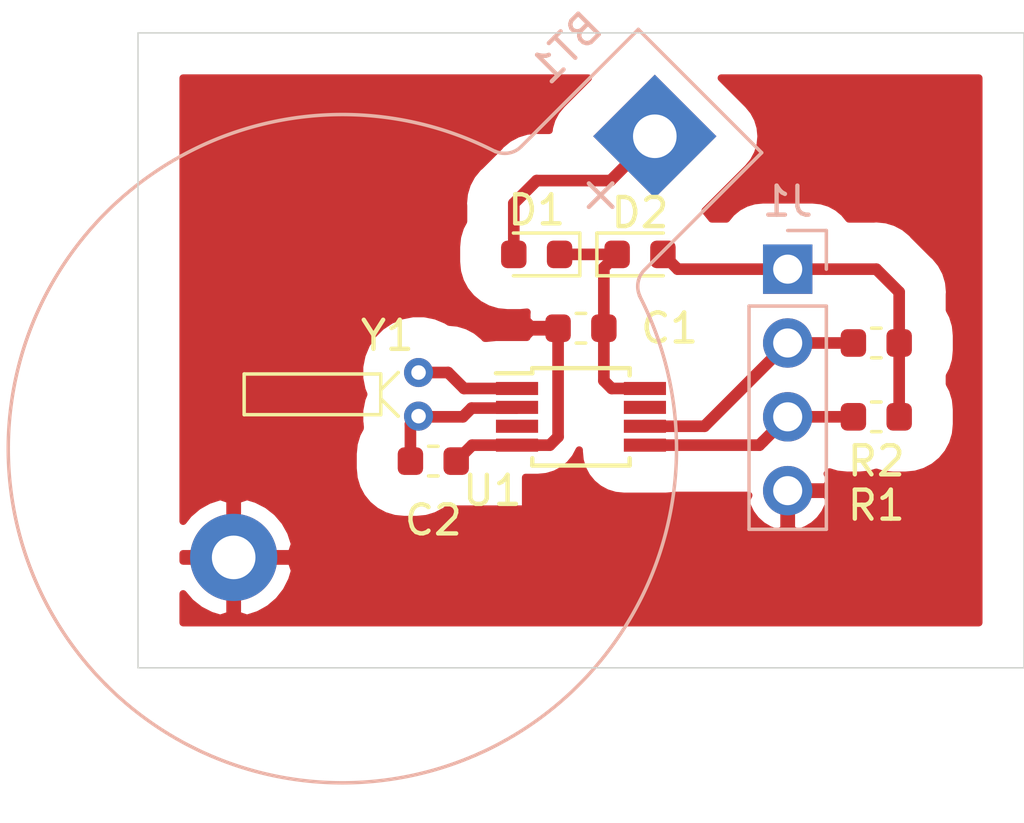
<source format=kicad_pcb>
(kicad_pcb (version 20171130) (host pcbnew 5.1.4)

  (general
    (thickness 1.6)
    (drawings 4)
    (tracks 40)
    (zones 0)
    (modules 10)
    (nets 11)
  )

  (page A4)
  (layers
    (0 F.Cu signal)
    (31 B.Cu signal)
    (32 B.Adhes user)
    (33 F.Adhes user)
    (34 B.Paste user)
    (35 F.Paste user)
    (36 B.SilkS user)
    (37 F.SilkS user)
    (38 B.Mask user)
    (39 F.Mask user)
    (40 Dwgs.User user)
    (41 Cmts.User user)
    (42 Eco1.User user)
    (43 Eco2.User user)
    (44 Edge.Cuts user)
    (45 Margin user)
    (46 B.CrtYd user)
    (47 F.CrtYd user)
    (48 B.Fab user)
    (49 F.Fab user hide)
  )

  (setup
    (last_trace_width 0.4)
    (user_trace_width 0.4)
    (trace_clearance 0.2)
    (zone_clearance 1.4)
    (zone_45_only no)
    (trace_min 0.2)
    (via_size 0.8)
    (via_drill 0.4)
    (via_min_size 0.4)
    (via_min_drill 0.3)
    (uvia_size 0.3)
    (uvia_drill 0.1)
    (uvias_allowed no)
    (uvia_min_size 0.2)
    (uvia_min_drill 0.1)
    (edge_width 0.05)
    (segment_width 0.2)
    (pcb_text_width 0.3)
    (pcb_text_size 1.5 1.5)
    (mod_edge_width 0.12)
    (mod_text_size 1 1)
    (mod_text_width 0.15)
    (pad_size 1.524 1.524)
    (pad_drill 0.762)
    (pad_to_mask_clearance 0.051)
    (solder_mask_min_width 0.25)
    (aux_axis_origin 0 0)
    (visible_elements FFFFFF7F)
    (pcbplotparams
      (layerselection 0x010fc_ffffffff)
      (usegerberextensions false)
      (usegerberattributes false)
      (usegerberadvancedattributes false)
      (creategerberjobfile false)
      (excludeedgelayer true)
      (linewidth 0.100000)
      (plotframeref false)
      (viasonmask false)
      (mode 1)
      (useauxorigin false)
      (hpglpennumber 1)
      (hpglpenspeed 20)
      (hpglpendiameter 15.000000)
      (psnegative false)
      (psa4output false)
      (plotreference true)
      (plotvalue true)
      (plotinvisibletext false)
      (padsonsilk false)
      (subtractmaskfromsilk false)
      (outputformat 1)
      (mirror false)
      (drillshape 1)
      (scaleselection 1)
      (outputdirectory ""))
  )

  (net 0 "")
  (net 1 "Net-(BT1-Pad1)")
  (net 2 GND)
  (net 3 "Net-(C1-Pad1)")
  (net 4 +3V3)
  (net 5 "Net-(J1-Pad3)")
  (net 6 "Net-(J1-Pad2)")
  (net 7 "Net-(U1-Pad7)")
  (net 8 "Net-(U1-Pad3)")
  (net 9 "Net-(U1-Pad1)")
  (net 10 "Net-(C2-Pad1)")

  (net_class Default "This is the default net class."
    (clearance 0.2)
    (trace_width 0.25)
    (via_dia 0.8)
    (via_drill 0.4)
    (uvia_dia 0.3)
    (uvia_drill 0.1)
    (add_net +3V3)
    (add_net GND)
    (add_net "Net-(BT1-Pad1)")
    (add_net "Net-(C1-Pad1)")
    (add_net "Net-(C2-Pad1)")
    (add_net "Net-(J1-Pad2)")
    (add_net "Net-(J1-Pad3)")
    (add_net "Net-(U1-Pad1)")
    (add_net "Net-(U1-Pad3)")
    (add_net "Net-(U1-Pad7)")
  )

  (module Capacitor_SMD:C_0603_1608Metric (layer F.Cu) (tedit 5B301BBE) (tstamp 5DB7981C)
    (at 133.096 130.556)
    (descr "Capacitor SMD 0603 (1608 Metric), square (rectangular) end terminal, IPC_7351 nominal, (Body size source: http://www.tortai-tech.com/upload/download/2011102023233369053.pdf), generated with kicad-footprint-generator")
    (tags capacitor)
    (path /5DBA47E7)
    (attr smd)
    (fp_text reference C2 (at 0 2.032) (layer F.SilkS)
      (effects (font (size 1 1) (thickness 0.15)))
    )
    (fp_text value C (at 0 1.43) (layer F.Fab)
      (effects (font (size 1 1) (thickness 0.15)))
    )
    (fp_text user %R (at 0 0) (layer F.Fab)
      (effects (font (size 0.4 0.4) (thickness 0.06)))
    )
    (fp_line (start 1.48 0.73) (end -1.48 0.73) (layer F.CrtYd) (width 0.05))
    (fp_line (start 1.48 -0.73) (end 1.48 0.73) (layer F.CrtYd) (width 0.05))
    (fp_line (start -1.48 -0.73) (end 1.48 -0.73) (layer F.CrtYd) (width 0.05))
    (fp_line (start -1.48 0.73) (end -1.48 -0.73) (layer F.CrtYd) (width 0.05))
    (fp_line (start -0.162779 0.51) (end 0.162779 0.51) (layer F.SilkS) (width 0.12))
    (fp_line (start -0.162779 -0.51) (end 0.162779 -0.51) (layer F.SilkS) (width 0.12))
    (fp_line (start 0.8 0.4) (end -0.8 0.4) (layer F.Fab) (width 0.1))
    (fp_line (start 0.8 -0.4) (end 0.8 0.4) (layer F.Fab) (width 0.1))
    (fp_line (start -0.8 -0.4) (end 0.8 -0.4) (layer F.Fab) (width 0.1))
    (fp_line (start -0.8 0.4) (end -0.8 -0.4) (layer F.Fab) (width 0.1))
    (pad 2 smd roundrect (at 0.7875 0) (size 0.875 0.95) (layers F.Cu F.Paste F.Mask) (roundrect_rratio 0.25)
      (net 2 GND))
    (pad 1 smd roundrect (at -0.7875 0) (size 0.875 0.95) (layers F.Cu F.Paste F.Mask) (roundrect_rratio 0.25)
      (net 10 "Net-(C2-Pad1)"))
    (model ${KISYS3DMOD}/Capacitor_SMD.3dshapes/C_0603_1608Metric.wrl
      (at (xyz 0 0 0))
      (scale (xyz 1 1 1))
      (rotate (xyz 0 0 0))
    )
  )

  (module Connector_PinHeader_2.54mm:PinHeader_1x04_P2.54mm_Vertical (layer B.Cu) (tedit 59FED5CC) (tstamp 5DB77F15)
    (at 145.288 123.952 180)
    (descr "Through hole straight pin header, 1x04, 2.54mm pitch, single row")
    (tags "Through hole pin header THT 1x04 2.54mm single row")
    (path /5DB81C4A)
    (fp_text reference J1 (at 0 2.33) (layer B.SilkS)
      (effects (font (size 1 1) (thickness 0.15)) (justify mirror))
    )
    (fp_text value Conn_01x04 (at 0 -9.95) (layer B.Fab)
      (effects (font (size 1 1) (thickness 0.15)) (justify mirror))
    )
    (fp_text user %R (at 0 -3.81 270) (layer B.Fab)
      (effects (font (size 1 1) (thickness 0.15)) (justify mirror))
    )
    (fp_line (start 1.8 1.8) (end -1.8 1.8) (layer B.CrtYd) (width 0.05))
    (fp_line (start 1.8 -9.4) (end 1.8 1.8) (layer B.CrtYd) (width 0.05))
    (fp_line (start -1.8 -9.4) (end 1.8 -9.4) (layer B.CrtYd) (width 0.05))
    (fp_line (start -1.8 1.8) (end -1.8 -9.4) (layer B.CrtYd) (width 0.05))
    (fp_line (start -1.33 1.33) (end 0 1.33) (layer B.SilkS) (width 0.12))
    (fp_line (start -1.33 0) (end -1.33 1.33) (layer B.SilkS) (width 0.12))
    (fp_line (start -1.33 -1.27) (end 1.33 -1.27) (layer B.SilkS) (width 0.12))
    (fp_line (start 1.33 -1.27) (end 1.33 -8.95) (layer B.SilkS) (width 0.12))
    (fp_line (start -1.33 -1.27) (end -1.33 -8.95) (layer B.SilkS) (width 0.12))
    (fp_line (start -1.33 -8.95) (end 1.33 -8.95) (layer B.SilkS) (width 0.12))
    (fp_line (start -1.27 0.635) (end -0.635 1.27) (layer B.Fab) (width 0.1))
    (fp_line (start -1.27 -8.89) (end -1.27 0.635) (layer B.Fab) (width 0.1))
    (fp_line (start 1.27 -8.89) (end -1.27 -8.89) (layer B.Fab) (width 0.1))
    (fp_line (start 1.27 1.27) (end 1.27 -8.89) (layer B.Fab) (width 0.1))
    (fp_line (start -0.635 1.27) (end 1.27 1.27) (layer B.Fab) (width 0.1))
    (pad 4 thru_hole oval (at 0 -7.62 180) (size 1.7 1.7) (drill 1) (layers *.Cu *.Mask)
      (net 2 GND))
    (pad 3 thru_hole oval (at 0 -5.08 180) (size 1.7 1.7) (drill 1) (layers *.Cu *.Mask)
      (net 5 "Net-(J1-Pad3)"))
    (pad 2 thru_hole oval (at 0 -2.54 180) (size 1.7 1.7) (drill 1) (layers *.Cu *.Mask)
      (net 6 "Net-(J1-Pad2)"))
    (pad 1 thru_hole rect (at 0 0 180) (size 1.7 1.7) (drill 1) (layers *.Cu *.Mask)
      (net 4 +3V3))
    (model ${KISYS3DMOD}/Connector_PinHeader_2.54mm.3dshapes/PinHeader_1x04_P2.54mm_Vertical.wrl
      (at (xyz 0 0 0))
      (scale (xyz 1 1 1))
      (rotate (xyz 0 0 0))
    )
  )

  (module Crystal:Crystal_DS10_D1.0mm_L4.3mm_Horizontal (layer F.Cu) (tedit 5A0FD1B2) (tstamp 5DB78144)
    (at 132.588 127.508 270)
    (descr "Crystal THT DS10 4.3mm length 1.0mm diameter http://www.microcrystal.com/images/_Product-Documentation/03_TF_metal_Packages/01_Datasheet/DS-Series.pdf")
    (tags ['DS10'])
    (path /5DB8947C)
    (fp_text reference Y1 (at -1.27 1.075) (layer F.SilkS)
      (effects (font (size 1 1) (thickness 0.15)))
    )
    (fp_text value Crystal (at 2.77 1.075) (layer F.Fab)
      (effects (font (size 1 1) (thickness 0.15)))
    )
    (fp_line (start 2.3 -0.8) (end -0.8 -0.8) (layer F.CrtYd) (width 0.05))
    (fp_line (start 2.3 6.6) (end 2.3 -0.8) (layer F.CrtYd) (width 0.05))
    (fp_line (start -0.8 6.6) (end 2.3 6.6) (layer F.CrtYd) (width 0.05))
    (fp_line (start -0.8 -0.8) (end -0.8 6.6) (layer F.CrtYd) (width 0.05))
    (fp_line (start 1.5 0.7) (end 1.5 0.7) (layer F.SilkS) (width 0.12))
    (fp_line (start 0.9 1.3) (end 1.5 0.7) (layer F.SilkS) (width 0.12))
    (fp_line (start 0 0.7) (end 0 0.7) (layer F.SilkS) (width 0.12))
    (fp_line (start 0.6 1.3) (end 0 0.7) (layer F.SilkS) (width 0.12))
    (fp_line (start 1.45 1.3) (end 0.05 1.3) (layer F.SilkS) (width 0.12))
    (fp_line (start 1.45 6) (end 1.45 1.3) (layer F.SilkS) (width 0.12))
    (fp_line (start 0.05 6) (end 1.45 6) (layer F.SilkS) (width 0.12))
    (fp_line (start 0.05 1.3) (end 0.05 6) (layer F.SilkS) (width 0.12))
    (fp_line (start 1.5 0.75) (end 1.5 0) (layer F.Fab) (width 0.1))
    (fp_line (start 0.9 1.5) (end 1.5 0.75) (layer F.Fab) (width 0.1))
    (fp_line (start 0 0.75) (end 0 0) (layer F.Fab) (width 0.1))
    (fp_line (start 0.6 1.5) (end 0 0.75) (layer F.Fab) (width 0.1))
    (fp_line (start 1.25 1.5) (end 0.25 1.5) (layer F.Fab) (width 0.1))
    (fp_line (start 1.25 5.8) (end 1.25 1.5) (layer F.Fab) (width 0.1))
    (fp_line (start 0.25 5.8) (end 1.25 5.8) (layer F.Fab) (width 0.1))
    (fp_line (start 0.25 1.5) (end 0.25 5.8) (layer F.Fab) (width 0.1))
    (fp_text user %R (at 0.75 3.5) (layer F.Fab)
      (effects (font (size 0.6 0.6) (thickness 0.09)))
    )
    (pad 2 thru_hole circle (at 1.5 0 270) (size 1 1) (drill 0.5) (layers *.Cu *.Mask)
      (net 10 "Net-(C2-Pad1)"))
    (pad 1 thru_hole circle (at 0 0 270) (size 1 1) (drill 0.5) (layers *.Cu *.Mask)
      (net 9 "Net-(U1-Pad1)"))
    (model ${KISYS3DMOD}/Crystal.3dshapes/Crystal_DS10_D1.0mm_L4.3mm_Horizontal.wrl
      (at (xyz 0 0 0))
      (scale (xyz 1 1 1))
      (rotate (xyz 0 0 0))
    )
  )

  (module Package_SO:MSOP-8_3x3mm_P0.65mm (layer F.Cu) (tedit 5A02F25C) (tstamp 5DB780C2)
    (at 138.176 129.032)
    (descr "8-Lead Plastic Micro Small Outline Package (MS) [MSOP] (see Microchip Packaging Specification 00000049BS.pdf)")
    (tags "SSOP 0.65")
    (path /5DB81465)
    (attr smd)
    (fp_text reference U1 (at -3.048 2.54) (layer F.SilkS)
      (effects (font (size 1 1) (thickness 0.15)))
    )
    (fp_text value PCF8563TS (at 0 2.6) (layer F.Fab)
      (effects (font (size 1 1) (thickness 0.15)))
    )
    (fp_text user %R (at 0 0) (layer F.Fab)
      (effects (font (size 0.6 0.6) (thickness 0.15)))
    )
    (fp_line (start -1.675 -1.5) (end -2.925 -1.5) (layer F.SilkS) (width 0.15))
    (fp_line (start -1.675 1.675) (end 1.675 1.675) (layer F.SilkS) (width 0.15))
    (fp_line (start -1.675 -1.675) (end 1.675 -1.675) (layer F.SilkS) (width 0.15))
    (fp_line (start -1.675 1.675) (end -1.675 1.425) (layer F.SilkS) (width 0.15))
    (fp_line (start 1.675 1.675) (end 1.675 1.425) (layer F.SilkS) (width 0.15))
    (fp_line (start 1.675 -1.675) (end 1.675 -1.425) (layer F.SilkS) (width 0.15))
    (fp_line (start -1.675 -1.675) (end -1.675 -1.5) (layer F.SilkS) (width 0.15))
    (fp_line (start -3.2 1.85) (end 3.2 1.85) (layer F.CrtYd) (width 0.05))
    (fp_line (start -3.2 -1.85) (end 3.2 -1.85) (layer F.CrtYd) (width 0.05))
    (fp_line (start 3.2 -1.85) (end 3.2 1.85) (layer F.CrtYd) (width 0.05))
    (fp_line (start -3.2 -1.85) (end -3.2 1.85) (layer F.CrtYd) (width 0.05))
    (fp_line (start -1.5 -0.5) (end -0.5 -1.5) (layer F.Fab) (width 0.15))
    (fp_line (start -1.5 1.5) (end -1.5 -0.5) (layer F.Fab) (width 0.15))
    (fp_line (start 1.5 1.5) (end -1.5 1.5) (layer F.Fab) (width 0.15))
    (fp_line (start 1.5 -1.5) (end 1.5 1.5) (layer F.Fab) (width 0.15))
    (fp_line (start -0.5 -1.5) (end 1.5 -1.5) (layer F.Fab) (width 0.15))
    (pad 8 smd rect (at 2.2 -0.975) (size 1.45 0.45) (layers F.Cu F.Paste F.Mask)
      (net 3 "Net-(C1-Pad1)"))
    (pad 7 smd rect (at 2.2 -0.325) (size 1.45 0.45) (layers F.Cu F.Paste F.Mask)
      (net 7 "Net-(U1-Pad7)"))
    (pad 6 smd rect (at 2.2 0.325) (size 1.45 0.45) (layers F.Cu F.Paste F.Mask)
      (net 6 "Net-(J1-Pad2)"))
    (pad 5 smd rect (at 2.2 0.975) (size 1.45 0.45) (layers F.Cu F.Paste F.Mask)
      (net 5 "Net-(J1-Pad3)"))
    (pad 4 smd rect (at -2.2 0.975) (size 1.45 0.45) (layers F.Cu F.Paste F.Mask)
      (net 2 GND))
    (pad 3 smd rect (at -2.2 0.325) (size 1.45 0.45) (layers F.Cu F.Paste F.Mask)
      (net 8 "Net-(U1-Pad3)"))
    (pad 2 smd rect (at -2.2 -0.325) (size 1.45 0.45) (layers F.Cu F.Paste F.Mask)
      (net 10 "Net-(C2-Pad1)"))
    (pad 1 smd rect (at -2.2 -0.975) (size 1.45 0.45) (layers F.Cu F.Paste F.Mask)
      (net 9 "Net-(U1-Pad1)"))
    (model ${KISYS3DMOD}/Package_SO.3dshapes/MSOP-8_3x3mm_P0.65mm.wrl
      (at (xyz 0 0 0))
      (scale (xyz 1 1 1))
      (rotate (xyz 0 0 0))
    )
  )

  (module Resistor_SMD:R_0603_1608Metric (layer F.Cu) (tedit 5B301BBD) (tstamp 5DB7810A)
    (at 148.336 126.492 180)
    (descr "Resistor SMD 0603 (1608 Metric), square (rectangular) end terminal, IPC_7351 nominal, (Body size source: http://www.tortai-tech.com/upload/download/2011102023233369053.pdf), generated with kicad-footprint-generator")
    (tags resistor)
    (path /5DB82C9E)
    (attr smd)
    (fp_text reference R2 (at 0 -4.064) (layer F.SilkS)
      (effects (font (size 1 1) (thickness 0.15)))
    )
    (fp_text value R (at 0 1.43) (layer F.Fab)
      (effects (font (size 1 1) (thickness 0.15)))
    )
    (fp_text user %R (at 0 0 180) (layer F.Fab)
      (effects (font (size 0.4 0.4) (thickness 0.06)))
    )
    (fp_line (start 1.48 0.73) (end -1.48 0.73) (layer F.CrtYd) (width 0.05))
    (fp_line (start 1.48 -0.73) (end 1.48 0.73) (layer F.CrtYd) (width 0.05))
    (fp_line (start -1.48 -0.73) (end 1.48 -0.73) (layer F.CrtYd) (width 0.05))
    (fp_line (start -1.48 0.73) (end -1.48 -0.73) (layer F.CrtYd) (width 0.05))
    (fp_line (start -0.162779 0.51) (end 0.162779 0.51) (layer F.SilkS) (width 0.12))
    (fp_line (start -0.162779 -0.51) (end 0.162779 -0.51) (layer F.SilkS) (width 0.12))
    (fp_line (start 0.8 0.4) (end -0.8 0.4) (layer F.Fab) (width 0.1))
    (fp_line (start 0.8 -0.4) (end 0.8 0.4) (layer F.Fab) (width 0.1))
    (fp_line (start -0.8 -0.4) (end 0.8 -0.4) (layer F.Fab) (width 0.1))
    (fp_line (start -0.8 0.4) (end -0.8 -0.4) (layer F.Fab) (width 0.1))
    (pad 2 smd roundrect (at 0.7875 0 180) (size 0.875 0.95) (layers F.Cu F.Paste F.Mask) (roundrect_rratio 0.25)
      (net 6 "Net-(J1-Pad2)"))
    (pad 1 smd roundrect (at -0.7875 0 180) (size 0.875 0.95) (layers F.Cu F.Paste F.Mask) (roundrect_rratio 0.25)
      (net 4 +3V3))
    (model ${KISYS3DMOD}/Resistor_SMD.3dshapes/R_0603_1608Metric.wrl
      (at (xyz 0 0 0))
      (scale (xyz 1 1 1))
      (rotate (xyz 0 0 0))
    )
  )

  (module Resistor_SMD:R_0603_1608Metric (layer F.Cu) (tedit 5B301BBD) (tstamp 5DB78086)
    (at 148.336 129.032 180)
    (descr "Resistor SMD 0603 (1608 Metric), square (rectangular) end terminal, IPC_7351 nominal, (Body size source: http://www.tortai-tech.com/upload/download/2011102023233369053.pdf), generated with kicad-footprint-generator")
    (tags resistor)
    (path /5DB824A1)
    (attr smd)
    (fp_text reference R1 (at 0 -3.048) (layer F.SilkS)
      (effects (font (size 1 1) (thickness 0.15)))
    )
    (fp_text value R (at 0 1.43) (layer F.Fab)
      (effects (font (size 1 1) (thickness 0.15)))
    )
    (fp_text user %R (at 0 0) (layer F.Fab)
      (effects (font (size 0.4 0.4) (thickness 0.06)))
    )
    (fp_line (start 1.48 0.73) (end -1.48 0.73) (layer F.CrtYd) (width 0.05))
    (fp_line (start 1.48 -0.73) (end 1.48 0.73) (layer F.CrtYd) (width 0.05))
    (fp_line (start -1.48 -0.73) (end 1.48 -0.73) (layer F.CrtYd) (width 0.05))
    (fp_line (start -1.48 0.73) (end -1.48 -0.73) (layer F.CrtYd) (width 0.05))
    (fp_line (start -0.162779 0.51) (end 0.162779 0.51) (layer F.SilkS) (width 0.12))
    (fp_line (start -0.162779 -0.51) (end 0.162779 -0.51) (layer F.SilkS) (width 0.12))
    (fp_line (start 0.8 0.4) (end -0.8 0.4) (layer F.Fab) (width 0.1))
    (fp_line (start 0.8 -0.4) (end 0.8 0.4) (layer F.Fab) (width 0.1))
    (fp_line (start -0.8 -0.4) (end 0.8 -0.4) (layer F.Fab) (width 0.1))
    (fp_line (start -0.8 0.4) (end -0.8 -0.4) (layer F.Fab) (width 0.1))
    (pad 2 smd roundrect (at 0.7875 0 180) (size 0.875 0.95) (layers F.Cu F.Paste F.Mask) (roundrect_rratio 0.25)
      (net 5 "Net-(J1-Pad3)"))
    (pad 1 smd roundrect (at -0.7875 0 180) (size 0.875 0.95) (layers F.Cu F.Paste F.Mask) (roundrect_rratio 0.25)
      (net 4 +3V3))
    (model ${KISYS3DMOD}/Resistor_SMD.3dshapes/R_0603_1608Metric.wrl
      (at (xyz 0 0 0))
      (scale (xyz 1 1 1))
      (rotate (xyz 0 0 0))
    )
  )

  (module Diode_SMD:D_0603_1608Metric (layer F.Cu) (tedit 5B301BBE) (tstamp 5DB781BA)
    (at 140.208 123.444)
    (descr "Diode SMD 0603 (1608 Metric), square (rectangular) end terminal, IPC_7351 nominal, (Body size source: http://www.tortai-tech.com/upload/download/2011102023233369053.pdf), generated with kicad-footprint-generator")
    (tags diode)
    (path /5DB88CDE)
    (attr smd)
    (fp_text reference D2 (at 0 -1.43) (layer F.SilkS)
      (effects (font (size 1 1) (thickness 0.15)))
    )
    (fp_text value D_Schottky (at 0 1.43) (layer F.Fab)
      (effects (font (size 1 1) (thickness 0.15)))
    )
    (fp_text user %R (at 0 0) (layer F.Fab)
      (effects (font (size 0.4 0.4) (thickness 0.06)))
    )
    (fp_line (start 1.48 0.73) (end -1.48 0.73) (layer F.CrtYd) (width 0.05))
    (fp_line (start 1.48 -0.73) (end 1.48 0.73) (layer F.CrtYd) (width 0.05))
    (fp_line (start -1.48 -0.73) (end 1.48 -0.73) (layer F.CrtYd) (width 0.05))
    (fp_line (start -1.48 0.73) (end -1.48 -0.73) (layer F.CrtYd) (width 0.05))
    (fp_line (start -1.485 0.735) (end 0.8 0.735) (layer F.SilkS) (width 0.12))
    (fp_line (start -1.485 -0.735) (end -1.485 0.735) (layer F.SilkS) (width 0.12))
    (fp_line (start 0.8 -0.735) (end -1.485 -0.735) (layer F.SilkS) (width 0.12))
    (fp_line (start 0.8 0.4) (end 0.8 -0.4) (layer F.Fab) (width 0.1))
    (fp_line (start -0.8 0.4) (end 0.8 0.4) (layer F.Fab) (width 0.1))
    (fp_line (start -0.8 -0.1) (end -0.8 0.4) (layer F.Fab) (width 0.1))
    (fp_line (start -0.5 -0.4) (end -0.8 -0.1) (layer F.Fab) (width 0.1))
    (fp_line (start 0.8 -0.4) (end -0.5 -0.4) (layer F.Fab) (width 0.1))
    (pad 2 smd roundrect (at 0.7875 0) (size 0.875 0.95) (layers F.Cu F.Paste F.Mask) (roundrect_rratio 0.25)
      (net 4 +3V3))
    (pad 1 smd roundrect (at -0.7875 0) (size 0.875 0.95) (layers F.Cu F.Paste F.Mask) (roundrect_rratio 0.25)
      (net 3 "Net-(C1-Pad1)"))
    (model ${KISYS3DMOD}/Diode_SMD.3dshapes/D_0603_1608Metric.wrl
      (at (xyz 0 0 0))
      (scale (xyz 1 1 1))
      (rotate (xyz 0 0 0))
    )
  )

  (module Diode_SMD:D_0603_1608Metric (layer F.Cu) (tedit 5B301BBE) (tstamp 5DB78052)
    (at 136.652 123.444 180)
    (descr "Diode SMD 0603 (1608 Metric), square (rectangular) end terminal, IPC_7351 nominal, (Body size source: http://www.tortai-tech.com/upload/download/2011102023233369053.pdf), generated with kicad-footprint-generator")
    (tags diode)
    (path /5DB8813D)
    (attr smd)
    (fp_text reference D1 (at 0 1.524) (layer F.SilkS)
      (effects (font (size 1 1) (thickness 0.15)))
    )
    (fp_text value D_Schottky (at 0 1.43) (layer F.Fab)
      (effects (font (size 1 1) (thickness 0.15)))
    )
    (fp_text user %R (at 0 0) (layer F.Fab)
      (effects (font (size 0.4 0.4) (thickness 0.06)))
    )
    (fp_line (start 1.48 0.73) (end -1.48 0.73) (layer F.CrtYd) (width 0.05))
    (fp_line (start 1.48 -0.73) (end 1.48 0.73) (layer F.CrtYd) (width 0.05))
    (fp_line (start -1.48 -0.73) (end 1.48 -0.73) (layer F.CrtYd) (width 0.05))
    (fp_line (start -1.48 0.73) (end -1.48 -0.73) (layer F.CrtYd) (width 0.05))
    (fp_line (start -1.485 0.735) (end 0.8 0.735) (layer F.SilkS) (width 0.12))
    (fp_line (start -1.485 -0.735) (end -1.485 0.735) (layer F.SilkS) (width 0.12))
    (fp_line (start 0.8 -0.735) (end -1.485 -0.735) (layer F.SilkS) (width 0.12))
    (fp_line (start 0.8 0.4) (end 0.8 -0.4) (layer F.Fab) (width 0.1))
    (fp_line (start -0.8 0.4) (end 0.8 0.4) (layer F.Fab) (width 0.1))
    (fp_line (start -0.8 -0.1) (end -0.8 0.4) (layer F.Fab) (width 0.1))
    (fp_line (start -0.5 -0.4) (end -0.8 -0.1) (layer F.Fab) (width 0.1))
    (fp_line (start 0.8 -0.4) (end -0.5 -0.4) (layer F.Fab) (width 0.1))
    (pad 2 smd roundrect (at 0.7875 0 180) (size 0.875 0.95) (layers F.Cu F.Paste F.Mask) (roundrect_rratio 0.25)
      (net 1 "Net-(BT1-Pad1)"))
    (pad 1 smd roundrect (at -0.7875 0 180) (size 0.875 0.95) (layers F.Cu F.Paste F.Mask) (roundrect_rratio 0.25)
      (net 3 "Net-(C1-Pad1)"))
    (model ${KISYS3DMOD}/Diode_SMD.3dshapes/D_0603_1608Metric.wrl
      (at (xyz 0 0 0))
      (scale (xyz 1 1 1))
      (rotate (xyz 0 0 0))
    )
  )

  (module Capacitor_SMD:C_0603_1608Metric (layer F.Cu) (tedit 5B301BBE) (tstamp 5DB78188)
    (at 138.176 125.984 180)
    (descr "Capacitor SMD 0603 (1608 Metric), square (rectangular) end terminal, IPC_7351 nominal, (Body size source: http://www.tortai-tech.com/upload/download/2011102023233369053.pdf), generated with kicad-footprint-generator")
    (tags capacitor)
    (path /5DB91653)
    (attr smd)
    (fp_text reference C1 (at -3.048 0) (layer F.SilkS)
      (effects (font (size 1 1) (thickness 0.15)))
    )
    (fp_text value C (at 0 1.43) (layer F.Fab)
      (effects (font (size 1 1) (thickness 0.15)))
    )
    (fp_text user %R (at 0 0) (layer F.Fab)
      (effects (font (size 0.4 0.4) (thickness 0.06)))
    )
    (fp_line (start 1.48 0.73) (end -1.48 0.73) (layer F.CrtYd) (width 0.05))
    (fp_line (start 1.48 -0.73) (end 1.48 0.73) (layer F.CrtYd) (width 0.05))
    (fp_line (start -1.48 -0.73) (end 1.48 -0.73) (layer F.CrtYd) (width 0.05))
    (fp_line (start -1.48 0.73) (end -1.48 -0.73) (layer F.CrtYd) (width 0.05))
    (fp_line (start -0.162779 0.51) (end 0.162779 0.51) (layer F.SilkS) (width 0.12))
    (fp_line (start -0.162779 -0.51) (end 0.162779 -0.51) (layer F.SilkS) (width 0.12))
    (fp_line (start 0.8 0.4) (end -0.8 0.4) (layer F.Fab) (width 0.1))
    (fp_line (start 0.8 -0.4) (end 0.8 0.4) (layer F.Fab) (width 0.1))
    (fp_line (start -0.8 -0.4) (end 0.8 -0.4) (layer F.Fab) (width 0.1))
    (fp_line (start -0.8 0.4) (end -0.8 -0.4) (layer F.Fab) (width 0.1))
    (pad 2 smd roundrect (at 0.7875 0 180) (size 0.875 0.95) (layers F.Cu F.Paste F.Mask) (roundrect_rratio 0.25)
      (net 2 GND))
    (pad 1 smd roundrect (at -0.7875 0 180) (size 0.875 0.95) (layers F.Cu F.Paste F.Mask) (roundrect_rratio 0.25)
      (net 3 "Net-(C1-Pad1)"))
    (model ${KISYS3DMOD}/Capacitor_SMD.3dshapes/C_0603_1608Metric.wrl
      (at (xyz 0 0 0))
      (scale (xyz 1 1 1))
      (rotate (xyz 0 0 0))
    )
  )

  (module Battery:BatteryHolder_Keystone_103_1x20mm (layer B.Cu) (tedit 5787C32C) (tstamp 5DB77FEC)
    (at 140.716 119.38 225)
    (descr http://www.keyelco.com/product-pdf.cfm?p=719)
    (tags "Keystone type 103 battery holder")
    (path /5DB8A558)
    (fp_text reference BT1 (at 0 4.3 45) (layer B.SilkS)
      (effects (font (size 1 1) (thickness 0.15)) (justify mirror))
    )
    (fp_text value Battery_Cell (at 15 -13 45) (layer B.Fab)
      (effects (font (size 1 1) (thickness 0.15)) (justify mirror))
    )
    (fp_arc (start -1.7 2.5) (end -2.1 2.5) (angle -90) (layer B.Fab) (width 0.1))
    (fp_arc (start -1.7 -2.5) (end -2.1 -2.5) (angle 90) (layer B.Fab) (width 0.1))
    (fp_line (start 0 1.3) (end 0 -1.3) (layer B.Fab) (width 0.1))
    (fp_arc (start 16.2 0) (end 16.2 1.3) (angle -180) (layer B.Fab) (width 0.1))
    (fp_arc (start 3.5 3.8) (end 3.5 2.9) (angle 70) (layer B.Fab) (width 0.1))
    (fp_line (start 16.2 1.3) (end 0 1.3) (layer B.Fab) (width 0.1))
    (fp_line (start 0 -1.3) (end 16.2 -1.3) (layer B.Fab) (width 0.1))
    (fp_line (start -2.1 2.5) (end -2.1 -2.5) (layer B.Fab) (width 0.1))
    (fp_line (start -1.7 -2.9) (end 3.5306 -2.9) (layer B.Fab) (width 0.1))
    (fp_line (start 3.5306 2.9) (end -1.7 2.9) (layer B.Fab) (width 0.1))
    (fp_arc (start 15.2 0) (end 5.2 1.3) (angle -180) (layer B.Fab) (width 0.1))
    (fp_arc (start 15.2 0) (end 9 1.3) (angle -170) (layer B.Fab) (width 0.1))
    (fp_arc (start 15.2 0) (end 13.3 1.3) (angle -150) (layer B.Fab) (width 0.1))
    (fp_line (start 23.5712 7.7216) (end 22.6314 6.858) (layer B.Fab) (width 0.1))
    (fp_line (start 23.5712 -7.7216) (end 22.6568 -6.8834) (layer B.Fab) (width 0.1))
    (fp_arc (start 15.2 0) (end 13.3 -1.3) (angle 150) (layer B.Fab) (width 0.1))
    (fp_arc (start 15.2 0) (end 9 -1.3) (angle 170) (layer B.Fab) (width 0.1))
    (fp_line (start -2.2 -3) (end 3.5 -3) (layer B.SilkS) (width 0.12))
    (fp_line (start -2.2 -3) (end -2.2 3) (layer B.SilkS) (width 0.12))
    (fp_line (start -2.2 3) (end 3.5 3) (layer B.SilkS) (width 0.12))
    (fp_line (start -2.45 -3.25) (end -2.45 3.25) (layer B.CrtYd) (width 0.05))
    (fp_line (start -2.45 -3.25) (end 3.5 -3.25) (layer B.CrtYd) (width 0.05))
    (fp_line (start -2.45 3.25) (end 3.5 3.25) (layer B.CrtYd) (width 0.05))
    (fp_arc (start 15.2 0) (end 5.2 -1.3) (angle 180) (layer B.Fab) (width 0.1))
    (fp_arc (start 15.2 0) (end 4.35 3.5) (angle -162.5) (layer B.Fab) (width 0.1))
    (fp_arc (start 15.2 0) (end 4.35 -3.5) (angle 162.5) (layer B.Fab) (width 0.1))
    (fp_arc (start 3.5 -3.8) (end 3.5 -2.9) (angle -70) (layer B.Fab) (width 0.1))
    (fp_arc (start 3.5 3.8) (end 3.5 3) (angle 70) (layer B.SilkS) (width 0.12))
    (fp_arc (start 15.2 0) (end 4.25 3.5) (angle -162.5) (layer B.SilkS) (width 0.12))
    (fp_arc (start 3.5 -3.8) (end 3.5 -3) (angle -70) (layer B.SilkS) (width 0.12))
    (fp_arc (start 15.2 0) (end 4.25 -3.5) (angle 162.5) (layer B.SilkS) (width 0.12))
    (fp_arc (start 3.5 3.8) (end 3.5 3.25) (angle 70) (layer B.CrtYd) (width 0.05))
    (fp_arc (start 3.5 -3.8) (end 3.5 -3.25) (angle -70) (layer B.CrtYd) (width 0.05))
    (fp_arc (start 15.2 0) (end 4.01 3.6) (angle -162.5) (layer B.CrtYd) (width 0.05))
    (fp_arc (start 15.2 0) (end 4.01 -3.6) (angle 162.5) (layer B.CrtYd) (width 0.05))
    (fp_text user %R (at 0 0 45) (layer B.Fab)
      (effects (font (size 1 1) (thickness 0.15)) (justify mirror))
    )
    (fp_text user + (at 2.75 0 45) (layer B.SilkS)
      (effects (font (size 1.5 1.5) (thickness 0.15)) (justify mirror))
    )
    (pad 1 thru_hole rect (at 0 0 225) (size 3 3) (drill 1.5) (layers *.Cu *.Mask)
      (net 1 "Net-(BT1-Pad1)"))
    (pad 2 thru_hole circle (at 20.49 0 225) (size 3 3) (drill 1.5) (layers *.Cu *.Mask)
      (net 2 GND))
    (model ${KISYS3DMOD}/Battery.3dshapes/BatteryHolder_Keystone_103_1x20mm.wrl
      (at (xyz 0 0 0))
      (scale (xyz 1 1 1))
      (rotate (xyz 0 0 0))
    )
  )

  (gr_line (start 122.936 115.824) (end 122.936 137.668) (layer Edge.Cuts) (width 0.05) (tstamp 5DB793F9))
  (gr_line (start 153.416 115.824) (end 122.936 115.824) (layer Edge.Cuts) (width 0.05))
  (gr_line (start 153.416 137.668) (end 153.416 115.824) (layer Edge.Cuts) (width 0.05))
  (gr_line (start 122.936 137.668) (end 153.416 137.668) (layer Edge.Cuts) (width 0.05))

  (segment (start 135.8645 123.444) (end 135.8645 121.6915) (width 0.4) (layer F.Cu) (net 1))
  (segment (start 135.8645 121.6915) (end 136.652 120.904) (width 0.4) (layer F.Cu) (net 1))
  (segment (start 139.192 120.904) (end 140.716 119.38) (width 0.4) (layer F.Cu) (net 1))
  (segment (start 136.652 120.904) (end 139.192 120.904) (width 0.4) (layer F.Cu) (net 1))
  (segment (start 137.101 130.007) (end 135.976 130.007) (width 0.4) (layer F.Cu) (net 2))
  (segment (start 137.3885 129.7195) (end 137.101 130.007) (width 0.4) (layer F.Cu) (net 2))
  (segment (start 137.3885 125.984) (end 137.3885 129.7195) (width 0.4) (layer F.Cu) (net 2))
  (segment (start 137.3885 125.984) (end 135.636 125.984) (width 0.4) (layer F.Cu) (net 2))
  (segment (start 134.4325 130.007) (end 133.8835 130.556) (width 0.4) (layer F.Cu) (net 2))
  (segment (start 135.976 130.007) (end 134.4325 130.007) (width 0.4) (layer F.Cu) (net 2))
  (segment (start 137.4395 123.444) (end 139.4205 123.444) (width 0.4) (layer F.Cu) (net 3))
  (segment (start 138.9635 123.901) (end 139.4205 123.444) (width 0.4) (layer F.Cu) (net 3))
  (segment (start 138.9635 125.984) (end 138.9635 123.901) (width 0.4) (layer F.Cu) (net 3))
  (segment (start 138.9635 125.984) (end 138.9635 127.7875) (width 0.4) (layer F.Cu) (net 3))
  (segment (start 139.233 128.057) (end 140.376 128.057) (width 0.4) (layer F.Cu) (net 3))
  (segment (start 138.9635 127.7875) (end 139.233 128.057) (width 0.4) (layer F.Cu) (net 3))
  (segment (start 141.5035 123.952) (end 140.9955 123.444) (width 0.4) (layer F.Cu) (net 4))
  (segment (start 145.288 123.952) (end 141.5035 123.952) (width 0.4) (layer F.Cu) (net 4))
  (segment (start 145.288 123.952) (end 146.5835 123.952) (width 0.4) (layer F.Cu) (net 4))
  (segment (start 146.5835 123.952) (end 148.336 123.952) (width 0.4) (layer F.Cu) (net 4))
  (segment (start 149.1235 124.7395) (end 148.336 123.952) (width 0.4) (layer F.Cu) (net 4))
  (segment (start 149.1235 126.492) (end 149.1235 124.7395) (width 0.4) (layer F.Cu) (net 4))
  (segment (start 149.1235 126.492) (end 149.1235 129.032) (width 0.4) (layer F.Cu) (net 4))
  (segment (start 140.376 130.007) (end 144.313 130.007) (width 0.4) (layer F.Cu) (net 5))
  (segment (start 144.438001 129.881999) (end 145.288 129.032) (width 0.4) (layer F.Cu) (net 5))
  (segment (start 144.313 130.007) (end 144.438001 129.881999) (width 0.4) (layer F.Cu) (net 5))
  (segment (start 145.288 129.032) (end 147.5485 129.032) (width 0.4) (layer F.Cu) (net 5))
  (segment (start 142.423 129.357) (end 145.288 126.492) (width 0.4) (layer F.Cu) (net 6))
  (segment (start 140.376 129.357) (end 142.423 129.357) (width 0.4) (layer F.Cu) (net 6))
  (segment (start 145.288 126.492) (end 147.5485 126.492) (width 0.4) (layer F.Cu) (net 6))
  (segment (start 134.112 129.032) (end 132.612 129.032) (width 0.4) (layer F.Cu) (net 10))
  (segment (start 132.612 129.032) (end 132.588 129.008) (width 0.4) (layer F.Cu) (net 10))
  (segment (start 134.412001 128.731999) (end 134.112 129.032) (width 0.4) (layer F.Cu) (net 10))
  (segment (start 135.976 128.707) (end 135.951001 128.731999) (width 0.4) (layer F.Cu) (net 10))
  (segment (start 135.951001 128.731999) (end 134.412001 128.731999) (width 0.4) (layer F.Cu) (net 10))
  (segment (start 133.604 127.508) (end 132.588 127.508) (width 0.4) (layer F.Cu) (net 9))
  (segment (start 135.976 128.057) (end 134.153 128.057) (width 0.4) (layer F.Cu) (net 9))
  (segment (start 134.153 128.057) (end 133.604 127.508) (width 0.4) (layer F.Cu) (net 9))
  (segment (start 132.3085 129.2875) (end 132.588 129.008) (width 0.4) (layer F.Cu) (net 10))
  (segment (start 132.3085 130.556) (end 132.3085 129.2875) (width 0.4) (layer F.Cu) (net 10))

  (zone (net 2) (net_name GND) (layer F.Cu) (tstamp 0) (hatch edge 0.508)
    (connect_pads (clearance 1.4))
    (min_thickness 0.254)
    (fill yes (arc_segments 32) (thermal_gap 0.508) (thermal_bridge_width 0.508))
    (polygon
      (pts
        (xy 123.444 137.16) (xy 152.908 137.16) (xy 152.908 116.332) (xy 123.444 116.332)
      )
    )
    (filled_polygon
      (pts
        (xy 137.509704 118.295024) (xy 137.318883 118.52754) (xy 137.17709 118.792815) (xy 137.089775 119.080656) (xy 137.080286 119.177)
        (xy 136.73683 119.177) (xy 136.651999 119.168645) (xy 136.567168 119.177) (xy 136.567159 119.177) (xy 136.313449 119.201988)
        (xy 135.987908 119.30074) (xy 135.687888 119.461104) (xy 135.424918 119.676918) (xy 135.370828 119.742827) (xy 134.703318 120.410336)
        (xy 134.637419 120.464418) (xy 134.583337 120.530317) (xy 134.583335 120.530319) (xy 134.421605 120.727388) (xy 134.261241 121.027408)
        (xy 134.162489 121.352949) (xy 134.129144 121.6915) (xy 134.1375 121.776338) (xy 134.1375 122.308367) (xy 134.026062 122.516853)
        (xy 133.926298 122.84573) (xy 133.892612 123.18775) (xy 133.892612 123.70025) (xy 133.926298 124.04227) (xy 134.026062 124.371147)
        (xy 134.188069 124.674241) (xy 134.406094 124.939906) (xy 134.671759 125.157931) (xy 134.974853 125.319938) (xy 135.30373 125.419702)
        (xy 135.64575 125.453388) (xy 136.08325 125.453388) (xy 136.320709 125.43) (xy 136.312928 125.509) (xy 136.316 125.69825)
        (xy 136.47475 125.857) (xy 136.991612 125.857) (xy 136.991612 126.111) (xy 136.47475 126.111) (xy 136.316 126.26975)
        (xy 136.315548 126.297612) (xy 135.251 126.297612) (xy 134.951656 126.327095) (xy 134.942079 126.33) (xy 134.871363 126.33)
        (xy 134.831082 126.280918) (xy 134.568112 126.065104) (xy 134.268092 125.90474) (xy 133.942551 125.805988) (xy 133.688841 125.781)
        (xy 133.688838 125.781) (xy 133.645474 125.776729) (xy 133.548145 125.711696) (xy 133.179254 125.558896) (xy 132.787642 125.481)
        (xy 132.388358 125.481) (xy 131.996746 125.558896) (xy 131.627855 125.711696) (xy 131.295863 125.933526) (xy 131.013526 126.215863)
        (xy 130.791696 126.547855) (xy 130.638896 126.916746) (xy 130.561 127.308358) (xy 130.561 127.707642) (xy 130.638896 128.099254)
        (xy 130.704651 128.258) (xy 130.638896 128.416746) (xy 130.561 128.808358) (xy 130.561 129.207642) (xy 130.574383 129.274922)
        (xy 130.573144 129.2875) (xy 130.5815 129.372338) (xy 130.5815 129.420367) (xy 130.470062 129.628853) (xy 130.370298 129.95773)
        (xy 130.336612 130.29975) (xy 130.336612 130.81225) (xy 130.370298 131.15427) (xy 130.470062 131.483147) (xy 130.632069 131.786241)
        (xy 130.850094 132.051906) (xy 131.115759 132.269931) (xy 131.418853 132.431938) (xy 131.74773 132.531702) (xy 132.08975 132.565388)
        (xy 132.52725 132.565388) (xy 132.86927 132.531702) (xy 133.198147 132.431938) (xy 133.501241 132.269931) (xy 133.577923 132.207)
        (xy 136.144 132.207) (xy 136.168776 132.20456) (xy 136.192601 132.197333) (xy 136.214557 132.185597) (xy 136.233803 132.169803)
        (xy 136.249597 132.150557) (xy 136.261333 132.128601) (xy 136.26856 132.104776) (xy 136.271 132.08) (xy 136.271 131.116388)
        (xy 136.701 131.116388) (xy 137.000344 131.086905) (xy 137.288185 130.99959) (xy 137.55346 130.857797) (xy 137.785976 130.666976)
        (xy 137.976797 130.43446) (xy 138.116612 130.172886) (xy 138.116612 130.232) (xy 138.146095 130.531344) (xy 138.23341 130.819185)
        (xy 138.375203 131.08446) (xy 138.566024 131.316976) (xy 138.79854 131.507797) (xy 139.063815 131.64959) (xy 139.351656 131.736905)
        (xy 139.651 131.766388) (xy 141.101 131.766388) (xy 141.400344 131.736905) (xy 141.409921 131.734) (xy 143.949374 131.734)
        (xy 143.846524 131.92889) (xy 143.891175 132.076099) (xy 144.016359 132.33892) (xy 144.190412 132.572269) (xy 144.406645 132.767178)
        (xy 144.656748 132.916157) (xy 144.931109 133.013481) (xy 145.161 132.892814) (xy 145.161 131.699) (xy 145.415 131.699)
        (xy 145.415 132.892814) (xy 145.644891 133.013481) (xy 145.919252 132.916157) (xy 146.169355 132.767178) (xy 146.385588 132.572269)
        (xy 146.559641 132.33892) (xy 146.684825 132.076099) (xy 146.729476 131.92889) (xy 146.608155 131.699) (xy 145.415 131.699)
        (xy 145.161 131.699) (xy 145.141 131.699) (xy 145.141 131.522649) (xy 145.277112 131.449896) (xy 145.307448 131.425)
        (xy 145.415 131.425) (xy 145.415 131.445) (xy 146.608155 131.445) (xy 146.729476 131.21511) (xy 146.684825 131.067901)
        (xy 146.648096 130.990789) (xy 146.724708 130.927915) (xy 146.98773 131.007702) (xy 147.32975 131.041388) (xy 147.76725 131.041388)
        (xy 148.10927 131.007702) (xy 148.336 130.938924) (xy 148.56273 131.007702) (xy 148.90475 131.041388) (xy 149.34225 131.041388)
        (xy 149.68427 131.007702) (xy 150.013147 130.907938) (xy 150.316241 130.745931) (xy 150.581906 130.527906) (xy 150.799931 130.262241)
        (xy 150.961938 129.959147) (xy 151.061702 129.63027) (xy 151.095388 129.28825) (xy 151.095388 128.77575) (xy 151.061702 128.43373)
        (xy 150.961938 128.104853) (xy 150.8505 127.896367) (xy 150.8505 127.627633) (xy 150.961938 127.419147) (xy 151.061702 127.09027)
        (xy 151.095388 126.74825) (xy 151.095388 126.23575) (xy 151.061702 125.89373) (xy 150.961938 125.564853) (xy 150.8505 125.356367)
        (xy 150.8505 124.82433) (xy 150.858855 124.739499) (xy 150.8505 124.654668) (xy 150.8505 124.654659) (xy 150.825512 124.400949)
        (xy 150.72676 124.075408) (xy 150.566396 123.775388) (xy 150.350582 123.512418) (xy 150.284673 123.458328) (xy 149.617169 122.790823)
        (xy 149.563082 122.724918) (xy 149.300112 122.509104) (xy 149.000092 122.34874) (xy 148.674551 122.249988) (xy 148.420841 122.225)
        (xy 148.420838 122.225) (xy 148.336 122.216644) (xy 148.251162 122.225) (xy 147.393658 122.225) (xy 147.222976 122.017024)
        (xy 146.99046 121.826203) (xy 146.725185 121.68441) (xy 146.437344 121.597095) (xy 146.138 121.567612) (xy 144.438 121.567612)
        (xy 144.138656 121.597095) (xy 143.850815 121.68441) (xy 143.58554 121.826203) (xy 143.353024 122.017024) (xy 143.182342 122.225)
        (xy 142.677939 122.225) (xy 142.671931 122.213759) (xy 142.453906 121.948094) (xy 142.445817 121.941455) (xy 143.922296 120.464976)
        (xy 144.113117 120.23246) (xy 144.25491 119.967185) (xy 144.342225 119.679344) (xy 144.371708 119.38) (xy 144.342225 119.080656)
        (xy 144.25491 118.792815) (xy 144.113117 118.52754) (xy 143.922296 118.295024) (xy 143.003272 117.376) (xy 151.864001 117.376)
        (xy 151.864 136.116) (xy 124.488 136.116) (xy 124.488 135.119561) (xy 124.740988 135.415574) (xy 125.071345 135.675831)
        (xy 125.446128 135.866638) (xy 125.766931 135.963953) (xy 126.100382 135.851134) (xy 126.100382 133.995618) (xy 126.354382 133.995618)
        (xy 126.354382 135.851134) (xy 126.687833 135.963953) (xy 127.087765 135.833862) (xy 127.454633 135.628248) (xy 127.774338 135.355012)
        (xy 128.034595 135.024655) (xy 128.225402 134.649872) (xy 128.322717 134.329069) (xy 128.209898 133.995618) (xy 126.354382 133.995618)
        (xy 126.100382 133.995618) (xy 124.488 133.995618) (xy 124.488 133.741618) (xy 126.100382 133.741618) (xy 126.100382 131.886102)
        (xy 126.354382 131.886102) (xy 126.354382 133.741618) (xy 128.209898 133.741618) (xy 128.322717 133.408167) (xy 128.192626 133.008235)
        (xy 127.987012 132.641367) (xy 127.713776 132.321662) (xy 127.383419 132.061405) (xy 127.008636 131.870598) (xy 126.687833 131.773283)
        (xy 126.354382 131.886102) (xy 126.100382 131.886102) (xy 125.766931 131.773283) (xy 125.366999 131.903374) (xy 125.000131 132.108988)
        (xy 124.680426 132.382224) (xy 124.488 132.62648) (xy 124.488 117.376) (xy 138.428728 117.376)
      )
    )
  )
  (zone (net 0) (net_name "") (layer F.Cu) (tstamp 0) (hatch edge 0.508)
    (connect_pads (clearance 1.4))
    (min_thickness 0.254)
    (keepout (tracks allowed) (vias allowed) (copperpour not_allowed))
    (fill (arc_segments 32) (thermal_gap 0.508) (thermal_bridge_width 0.508))
    (polygon
      (pts
        (xy 132.588 132.08) (xy 136.144 132.08) (xy 136.144 130.556) (xy 132.588 130.556)
      )
    )
  )
)

</source>
